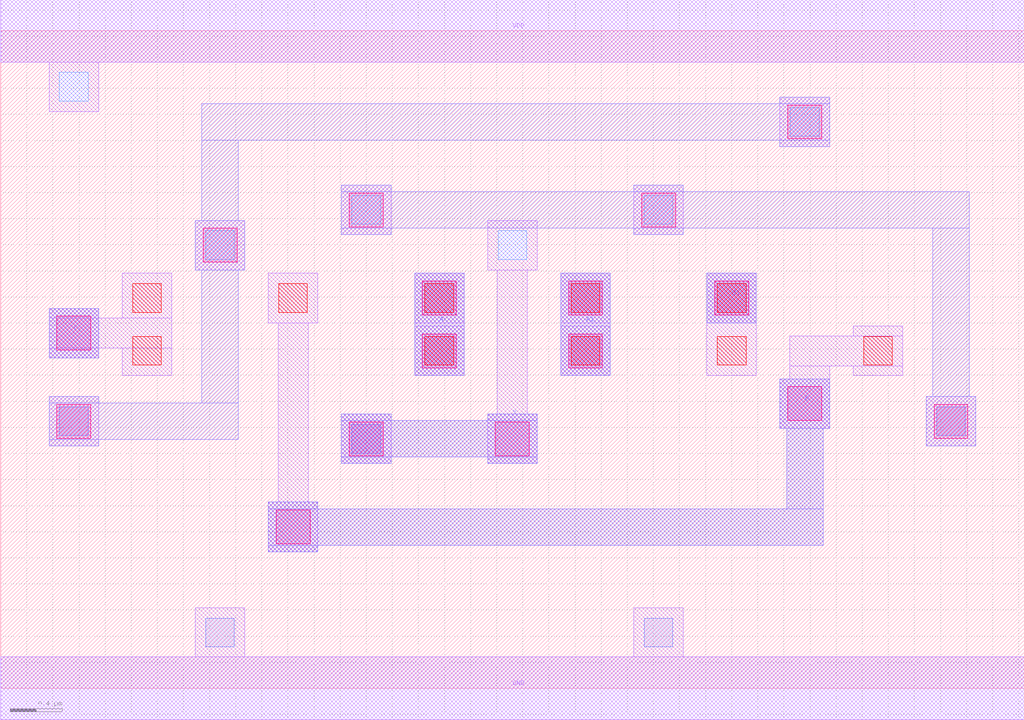
<source format=lef>
MACRO AAOI221
 CLASS CORE ;
 FOREIGN AAOI221 0 0 ;
 SIZE 7.84 BY 5.04 ;
 ORIGIN 0 0 ;
 SYMMETRY X Y R90 ;
 SITE unit ;
  PIN VDD
   DIRECTION INOUT ;
   USE POWER ;
   SHAPE ABUTMENT ;
    PORT
     CLASS CORE ;
       LAYER met1 ;
        RECT 0.00000000 4.80000000 7.84000000 5.28000000 ;
    END
  END VDD

  PIN GND
   DIRECTION INOUT ;
   USE POWER ;
   SHAPE ABUTMENT ;
    PORT
     CLASS CORE ;
       LAYER met1 ;
        RECT 0.00000000 -0.24000000 7.84000000 0.24000000 ;
    END
  END GND

  PIN Y
   DIRECTION INOUT ;
   USE SIGNAL ;
   SHAPE ABUTMENT ;
    PORT
     CLASS CORE ;
       LAYER met2 ;
        RECT 2.61000000 1.72200000 2.99000000 1.77200000 ;
        RECT 3.73000000 1.72200000 4.11000000 1.77200000 ;
        RECT 2.61000000 1.77200000 4.11000000 2.05200000 ;
        RECT 2.61000000 2.05200000 2.99000000 2.10200000 ;
        RECT 3.73000000 2.05200000 4.11000000 2.10200000 ;
    END
  END Y

  PIN A1
   DIRECTION INOUT ;
   USE SIGNAL ;
   SHAPE ABUTMENT ;
    PORT
     CLASS CORE ;
       LAYER met2 ;
        RECT 4.29000000 2.39700000 4.67000000 3.18200000 ;
    END
  END A1

  PIN B
   DIRECTION INOUT ;
   USE SIGNAL ;
   SHAPE ABUTMENT ;
    PORT
     CLASS CORE ;
       LAYER met2 ;
        RECT 2.05000000 1.04700000 2.43000000 1.09700000 ;
        RECT 2.05000000 1.09700000 6.30000000 1.37700000 ;
        RECT 2.05000000 1.37700000 2.43000000 1.42700000 ;
        RECT 6.02000000 1.37700000 6.30000000 1.99200000 ;
        RECT 5.97000000 1.99200000 6.35000000 2.37200000 ;
    END
  END B

  PIN A
   DIRECTION INOUT ;
   USE SIGNAL ;
   SHAPE ABUTMENT ;
    PORT
     CLASS CORE ;
       LAYER met2 ;
        RECT 3.17000000 2.39700000 3.55000000 3.18200000 ;
    END
  END A

  PIN C
   DIRECTION INOUT ;
   USE SIGNAL ;
   SHAPE ABUTMENT ;
    PORT
     CLASS CORE ;
       LAYER met2 ;
        RECT 0.37000000 2.53200000 0.75000000 2.91200000 ;
    END
  END C

  PIN B1
   DIRECTION INOUT ;
   USE SIGNAL ;
   SHAPE ABUTMENT ;
    PORT
     CLASS CORE ;
       LAYER met2 ;
        RECT 5.41000000 2.80200000 5.79000000 3.18200000 ;
    END
  END B1

 OBS
    LAYER polycont ;
     RECT 1.01000000 2.47700000 1.23000000 2.69700000 ;
     RECT 3.25000000 2.47700000 3.47000000 2.69700000 ;
     RECT 4.37000000 2.47700000 4.59000000 2.69700000 ;
     RECT 5.49000000 2.47700000 5.71000000 2.69700000 ;
     RECT 6.61000000 2.47700000 6.83000000 2.69700000 ;
     RECT 1.01000000 2.88200000 1.23000000 3.10200000 ;
     RECT 2.13000000 2.88200000 2.35000000 3.10200000 ;
     RECT 3.25000000 2.88200000 3.47000000 3.10200000 ;
     RECT 4.37000000 2.88200000 4.59000000 3.10200000 ;
     RECT 5.49000000 2.88200000 5.71000000 3.10200000 ;

    LAYER pdiffc ;
     RECT 1.57000000 3.28700000 1.79000000 3.50700000 ;
     RECT 3.81000000 3.28700000 4.03000000 3.50700000 ;
     RECT 2.69000000 3.55700000 2.91000000 3.77700000 ;
     RECT 4.93000000 3.55700000 5.15000000 3.77700000 ;
     RECT 6.05000000 4.23200000 6.27000000 4.45200000 ;
     RECT 0.45000000 4.50200000 0.67000000 4.72200000 ;

    LAYER ndiffc ;
     RECT 1.57000000 0.31700000 1.79000000 0.53700000 ;
     RECT 4.93000000 0.31700000 5.15000000 0.53700000 ;
     RECT 2.69000000 1.80200000 2.91000000 2.02200000 ;
     RECT 0.45000000 1.93700000 0.67000000 2.15700000 ;
     RECT 7.17000000 1.93700000 7.39000000 2.15700000 ;

    LAYER met1 ;
     RECT 0.00000000 -0.24000000 7.84000000 0.24000000 ;
     RECT 1.49000000 0.24000000 1.87000000 0.61700000 ;
     RECT 4.85000000 0.24000000 5.23000000 0.61700000 ;
     RECT 2.61000000 1.72200000 2.99000000 2.10200000 ;
     RECT 0.37000000 1.85700000 0.75000000 2.23700000 ;
     RECT 7.09000000 1.85700000 7.47000000 2.23700000 ;
     RECT 3.17000000 2.39700000 3.55000000 2.77700000 ;
     RECT 4.29000000 2.39700000 4.67000000 2.77700000 ;
     RECT 5.97000000 1.99200000 6.35000000 2.37200000 ;
     RECT 6.04500000 2.37200000 6.35000000 2.47200000 ;
     RECT 6.53000000 2.39700000 6.91000000 2.47200000 ;
     RECT 6.04500000 2.47200000 6.91000000 2.70200000 ;
     RECT 6.53000000 2.70200000 6.91000000 2.77700000 ;
     RECT 0.37000000 2.53200000 0.75000000 2.60700000 ;
     RECT 0.93000000 2.39700000 1.31000000 2.60700000 ;
     RECT 0.37000000 2.60700000 1.31000000 2.83700000 ;
     RECT 0.37000000 2.83700000 0.75000000 2.91200000 ;
     RECT 0.93000000 2.83700000 1.31000000 3.18200000 ;
     RECT 2.05000000 1.04700000 2.43000000 1.42700000 ;
     RECT 2.12500000 1.42700000 2.35500000 2.80200000 ;
     RECT 2.05000000 2.80200000 2.43000000 3.18200000 ;
     RECT 3.17000000 2.80200000 3.55000000 3.18200000 ;
     RECT 4.29000000 2.80200000 4.67000000 3.18200000 ;
     RECT 5.41000000 2.39700000 5.79000000 3.18200000 ;
     RECT 1.49000000 3.20700000 1.87000000 3.58700000 ;
     RECT 3.73000000 1.72200000 4.11000000 2.10200000 ;
     RECT 3.80500000 2.10200000 4.03500000 3.20700000 ;
     RECT 3.73000000 3.20700000 4.11000000 3.58700000 ;
     RECT 2.61000000 3.47700000 2.99000000 3.85700000 ;
     RECT 4.85000000 3.47700000 5.23000000 3.85700000 ;
     RECT 5.97000000 4.15200000 6.35000000 4.53200000 ;
     RECT 0.37000000 4.42200000 0.75000000 4.80000000 ;
     RECT 0.00000000 4.80000000 7.84000000 5.28000000 ;

    LAYER via1 ;
     RECT 2.11000000 1.10700000 2.37000000 1.36700000 ;
     RECT 2.67000000 1.78200000 2.93000000 2.04200000 ;
     RECT 3.79000000 1.78200000 4.05000000 2.04200000 ;
     RECT 0.43000000 1.91700000 0.69000000 2.17700000 ;
     RECT 7.15000000 1.91700000 7.41000000 2.17700000 ;
     RECT 6.03000000 2.05200000 6.29000000 2.31200000 ;
     RECT 3.23000000 2.45700000 3.49000000 2.71700000 ;
     RECT 4.35000000 2.45700000 4.61000000 2.71700000 ;
     RECT 0.43000000 2.59200000 0.69000000 2.85200000 ;
     RECT 3.23000000 2.86200000 3.49000000 3.12200000 ;
     RECT 4.35000000 2.86200000 4.61000000 3.12200000 ;
     RECT 5.47000000 2.86200000 5.73000000 3.12200000 ;
     RECT 1.55000000 3.26700000 1.81000000 3.52700000 ;
     RECT 2.67000000 3.53700000 2.93000000 3.79700000 ;
     RECT 4.91000000 3.53700000 5.17000000 3.79700000 ;
     RECT 6.03000000 4.21200000 6.29000000 4.47200000 ;

    LAYER met2 ;
     RECT 2.61000000 1.72200000 2.99000000 1.77200000 ;
     RECT 3.73000000 1.72200000 4.11000000 1.77200000 ;
     RECT 2.61000000 1.77200000 4.11000000 2.05200000 ;
     RECT 2.61000000 2.05200000 2.99000000 2.10200000 ;
     RECT 3.73000000 2.05200000 4.11000000 2.10200000 ;
     RECT 2.05000000 1.04700000 2.43000000 1.09700000 ;
     RECT 2.05000000 1.09700000 6.30000000 1.37700000 ;
     RECT 2.05000000 1.37700000 2.43000000 1.42700000 ;
     RECT 6.02000000 1.37700000 6.30000000 1.99200000 ;
     RECT 5.97000000 1.99200000 6.35000000 2.37200000 ;
     RECT 0.37000000 2.53200000 0.75000000 2.91200000 ;
     RECT 3.17000000 2.39700000 3.55000000 3.18200000 ;
     RECT 4.29000000 2.39700000 4.67000000 3.18200000 ;
     RECT 5.41000000 2.80200000 5.79000000 3.18200000 ;
     RECT 7.09000000 1.85700000 7.47000000 2.23700000 ;
     RECT 2.61000000 3.47700000 2.99000000 3.52700000 ;
     RECT 4.85000000 3.47700000 5.23000000 3.52700000 ;
     RECT 7.14000000 2.23700000 7.42000000 3.52700000 ;
     RECT 2.61000000 3.52700000 7.42000000 3.80700000 ;
     RECT 2.61000000 3.80700000 2.99000000 3.85700000 ;
     RECT 4.85000000 3.80700000 5.23000000 3.85700000 ;
     RECT 0.37000000 1.85700000 0.75000000 1.90700000 ;
     RECT 0.37000000 1.90700000 1.82000000 2.18700000 ;
     RECT 0.37000000 2.18700000 0.75000000 2.23700000 ;
     RECT 1.54000000 2.18700000 1.82000000 3.20700000 ;
     RECT 1.49000000 3.20700000 1.87000000 3.58700000 ;
     RECT 1.54000000 3.58700000 1.82000000 4.20200000 ;
     RECT 5.97000000 4.15200000 6.35000000 4.20200000 ;
     RECT 1.54000000 4.20200000 6.35000000 4.48200000 ;
     RECT 5.97000000 4.48200000 6.35000000 4.53200000 ;

 END
END AAOI221

</source>
